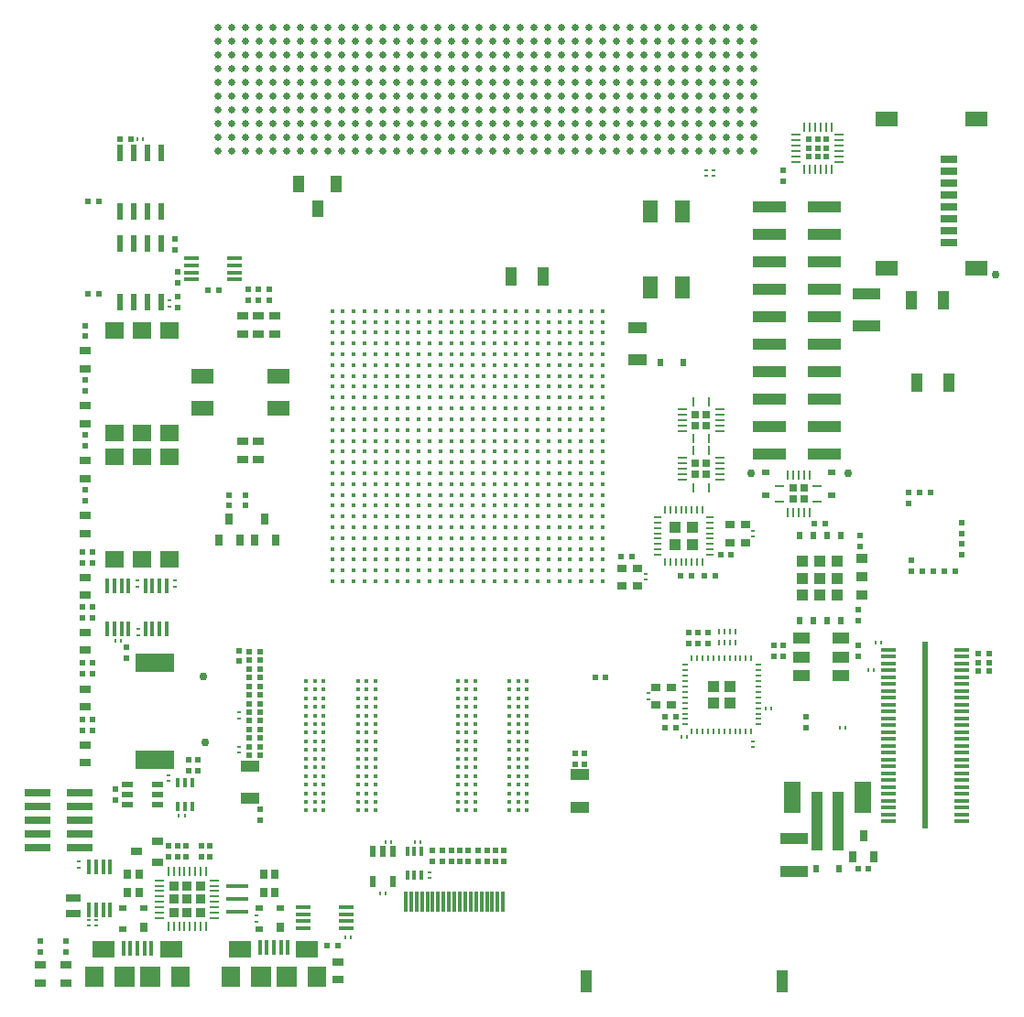
<source format=gbr>
G04 #@! TF.FileFunction,Paste,Top*
%FSLAX46Y46*%
G04 Gerber Fmt 4.6, Leading zero omitted, Abs format (unit mm)*
G04 Created by KiCad (PCBNEW (2016-08-02 BZR 7002)-product) date Mon Oct 17 13:50:08 2016*
%MOMM*%
%LPD*%
G01*
G04 APERTURE LIST*
%ADD10C,0.101600*%
%ADD11C,0.450000*%
%ADD12R,0.250000X0.700000*%
%ADD13R,0.700000X0.250000*%
%ADD14R,1.120000X1.120000*%
%ADD15R,1.080000X2.060000*%
%ADD16R,1.800000X1.000000*%
%ADD17R,0.300000X0.280000*%
%ADD18R,0.500000X0.500000*%
%ADD19R,1.000000X1.800000*%
%ADD20R,0.280000X0.300000*%
%ADD21R,0.584200X0.685800*%
%ADD22R,0.685800X0.584200*%
%ADD23R,1.000000X0.800000*%
%ADD24R,1.397000X0.406400*%
%ADD25R,0.508000X17.272000*%
%ADD26R,0.300000X1.900000*%
%ADD27R,0.400000X1.350000*%
%ADD28R,2.100000X1.600000*%
%ADD29R,1.800000X1.900000*%
%ADD30R,1.900000X1.900000*%
%ADD31R,1.000000X5.500000*%
%ADD32R,1.600000X3.000000*%
%ADD33R,2.000000X1.450000*%
%ADD34R,1.500000X0.800000*%
%ADD35R,1.000760X0.899160*%
%ADD36R,3.600000X1.800000*%
%ADD37R,0.800000X1.000000*%
%ADD38R,0.250000X0.500000*%
%ADD39R,2.000000X1.400000*%
%ADD40R,1.400000X2.000000*%
%ADD41R,2.600000X1.000000*%
%ADD42C,0.762000*%
%ADD43R,0.787400X0.889000*%
%ADD44R,1.100000X0.600000*%
%ADD45R,0.450000X0.950000*%
%ADD46R,0.450000X1.350000*%
%ADD47R,0.600000X1.100000*%
%ADD48R,0.850000X0.270000*%
%ADD49R,0.270000X0.850000*%
%ADD50R,0.875000X0.875000*%
%ADD51R,1.350000X0.450000*%
%ADD52R,0.750000X0.960000*%
%ADD53R,0.750000X0.540000*%
%ADD54R,0.850000X0.280000*%
%ADD55R,0.280000X0.850000*%
%ADD56R,0.700000X0.700000*%
%ADD57R,1.780000X1.520000*%
%ADD58R,0.850000X0.650000*%
%ADD59R,0.600000X1.550000*%
%ADD60R,0.500000X0.800000*%
%ADD61R,1.600000X1.000000*%
%ADD62R,0.500000X0.250000*%
%ADD63R,1.000000X1.000000*%
%ADD64R,0.560000X0.560000*%
%ADD65R,2.000000X0.400000*%
%ADD66R,1.400000X0.750000*%
%ADD67C,0.635000*%
%ADD68R,1.000000X1.600000*%
%ADD69R,2.400000X0.750000*%
%ADD70R,2.400000X0.740000*%
%ADD71R,3.150000X1.000000*%
G04 APERTURE END LIST*
D10*
D11*
X88700000Y-57100000D03*
X88700000Y-58100000D03*
X88700000Y-59100000D03*
X88700000Y-60100000D03*
X88700000Y-61100000D03*
X88700000Y-62100000D03*
X88700000Y-63100000D03*
X88700000Y-64100000D03*
X88700000Y-65100000D03*
X88700000Y-66100000D03*
X88700000Y-67100000D03*
X88700000Y-68100000D03*
X88700000Y-69100000D03*
X88700000Y-70100000D03*
X88700000Y-71100000D03*
X88700000Y-72100000D03*
X88700000Y-73100000D03*
X88700000Y-74100000D03*
X88700000Y-75100000D03*
X88700000Y-76100000D03*
X88700000Y-77100000D03*
X88700000Y-78100000D03*
X88700000Y-79100000D03*
X88700000Y-80100000D03*
X88700000Y-81100000D03*
X88700000Y-82100000D03*
X87700000Y-57100000D03*
X87700000Y-58100000D03*
X87700000Y-59100000D03*
X87700000Y-60100000D03*
X87700000Y-61100000D03*
X87700000Y-62100000D03*
X87700000Y-63100000D03*
X87700000Y-64100000D03*
X87700000Y-65100000D03*
X87700000Y-66100000D03*
X87700000Y-67100000D03*
X87700000Y-68100000D03*
X87700000Y-69100000D03*
X87700000Y-70100000D03*
X87700000Y-71100000D03*
X87700000Y-72100000D03*
X87700000Y-73100000D03*
X87700000Y-74100000D03*
X87700000Y-75100000D03*
X87700000Y-76100000D03*
X87700000Y-77100000D03*
X87700000Y-78100000D03*
X87700000Y-79100000D03*
X87700000Y-80100000D03*
X87700000Y-81100000D03*
X87700000Y-82100000D03*
X86700000Y-57100000D03*
X86700000Y-58100000D03*
X86700000Y-59100000D03*
X86700000Y-60100000D03*
X86700000Y-61100000D03*
X86700000Y-62100000D03*
X86700000Y-63100000D03*
X86700000Y-64100000D03*
X86700000Y-65100000D03*
X86700000Y-66100000D03*
X86700000Y-67100000D03*
X86700000Y-68100000D03*
X86700000Y-69100000D03*
X86700000Y-70100000D03*
X86700000Y-71100000D03*
X86700000Y-72100000D03*
X86700000Y-73100000D03*
X86700000Y-74100000D03*
X86700000Y-75100000D03*
X86700000Y-76100000D03*
X86700000Y-77100000D03*
X86700000Y-78100000D03*
X86700000Y-79100000D03*
X86700000Y-80100000D03*
X86700000Y-81100000D03*
X86700000Y-82100000D03*
X85700000Y-57100000D03*
X85700000Y-58100000D03*
X85700000Y-59100000D03*
X85700000Y-60100000D03*
X85700000Y-61100000D03*
X85700000Y-62100000D03*
X85700000Y-63100000D03*
X85700000Y-64100000D03*
X85700000Y-65100000D03*
X85700000Y-66100000D03*
X85700000Y-67100000D03*
X85700000Y-68100000D03*
X85700000Y-69100000D03*
X85700000Y-70100000D03*
X85700000Y-71100000D03*
X85700000Y-72100000D03*
X85700000Y-73100000D03*
X85700000Y-74100000D03*
X85700000Y-75100000D03*
X85700000Y-76100000D03*
X85700000Y-77100000D03*
X85700000Y-78100000D03*
X85700000Y-79100000D03*
X85700000Y-80100000D03*
X85700000Y-81100000D03*
X85700000Y-82100000D03*
X84700000Y-57100000D03*
X84700000Y-58100000D03*
X84700000Y-59100000D03*
X84700000Y-60100000D03*
X84700000Y-61100000D03*
X84700000Y-62100000D03*
X84700000Y-63100000D03*
X84700000Y-64100000D03*
X84700000Y-65100000D03*
X84700000Y-66100000D03*
X84700000Y-67100000D03*
X84700000Y-68100000D03*
X84700000Y-69100000D03*
X84700000Y-70100000D03*
X84700000Y-71100000D03*
X84700000Y-72100000D03*
X84700000Y-73100000D03*
X84700000Y-74100000D03*
X84700000Y-75100000D03*
X84700000Y-76100000D03*
X84700000Y-77100000D03*
X84700000Y-78100000D03*
X84700000Y-79100000D03*
X84700000Y-80100000D03*
X84700000Y-81100000D03*
X84700000Y-82100000D03*
X83700000Y-57100000D03*
X83700000Y-58100000D03*
X83700000Y-59100000D03*
X83700000Y-60100000D03*
X83700000Y-61100000D03*
X83700000Y-62100000D03*
X83700000Y-63100000D03*
X83700000Y-64100000D03*
X83700000Y-65100000D03*
X83700000Y-66100000D03*
X83700000Y-67100000D03*
X83700000Y-68100000D03*
X83700000Y-69100000D03*
X83700000Y-70100000D03*
X83700000Y-71100000D03*
X83700000Y-72100000D03*
X83700000Y-73100000D03*
X83700000Y-74100000D03*
X83700000Y-75100000D03*
X83700000Y-76100000D03*
X83700000Y-77100000D03*
X83700000Y-78100000D03*
X83700000Y-79100000D03*
X83700000Y-80100000D03*
X83700000Y-81100000D03*
X83700000Y-82100000D03*
X82700000Y-57100000D03*
X82700000Y-58100000D03*
X82700000Y-59100000D03*
X82700000Y-60100000D03*
X82700000Y-61100000D03*
X82700000Y-62100000D03*
X82700000Y-63100000D03*
X82700000Y-64100000D03*
X82700000Y-65100000D03*
X82700000Y-66100000D03*
X82700000Y-67100000D03*
X82700000Y-68100000D03*
X82700000Y-69100000D03*
X82700000Y-70100000D03*
X82700000Y-71100000D03*
X82700000Y-72100000D03*
X82700000Y-73100000D03*
X82700000Y-74100000D03*
X82700000Y-75100000D03*
X82700000Y-76100000D03*
X82700000Y-77100000D03*
X82700000Y-78100000D03*
X82700000Y-79100000D03*
X82700000Y-80100000D03*
X82700000Y-81100000D03*
X82700000Y-82100000D03*
X81700000Y-57100000D03*
X81700000Y-58100000D03*
X81700000Y-59100000D03*
X81700000Y-60100000D03*
X81700000Y-61100000D03*
X81700000Y-62100000D03*
X81700000Y-63100000D03*
X81700000Y-64100000D03*
X81700000Y-65100000D03*
X81700000Y-66100000D03*
X81700000Y-67100000D03*
X81700000Y-68100000D03*
X81700000Y-69100000D03*
X81700000Y-70100000D03*
X81700000Y-71100000D03*
X81700000Y-72100000D03*
X81700000Y-73100000D03*
X81700000Y-74100000D03*
X81700000Y-75100000D03*
X81700000Y-76100000D03*
X81700000Y-77100000D03*
X81700000Y-78100000D03*
X81700000Y-79100000D03*
X81700000Y-80100000D03*
X81700000Y-81100000D03*
X81700000Y-82100000D03*
X80700000Y-57100000D03*
X80700000Y-58100000D03*
X80700000Y-59100000D03*
X80700000Y-60100000D03*
X80700000Y-61100000D03*
X80700000Y-62100000D03*
X80700000Y-63100000D03*
X80700000Y-64100000D03*
X80700000Y-65100000D03*
X80700000Y-66100000D03*
X80700000Y-67100000D03*
X80700000Y-68100000D03*
X80700000Y-69100000D03*
X80700000Y-70100000D03*
X80700000Y-71100000D03*
X80700000Y-72100000D03*
X80700000Y-73100000D03*
X80700000Y-74100000D03*
X80700000Y-75100000D03*
X80700000Y-76100000D03*
X80700000Y-77100000D03*
X80700000Y-78100000D03*
X80700000Y-79100000D03*
X80700000Y-80100000D03*
X80700000Y-81100000D03*
X80700000Y-82100000D03*
X79700000Y-57100000D03*
X79700000Y-58100000D03*
X79700000Y-59100000D03*
X79700000Y-60100000D03*
X79700000Y-61100000D03*
X79700000Y-62100000D03*
X79700000Y-63100000D03*
X79700000Y-64100000D03*
X79700000Y-65100000D03*
X79700000Y-66100000D03*
X79700000Y-67100000D03*
X79700000Y-68100000D03*
X79700000Y-69100000D03*
X79700000Y-70100000D03*
X79700000Y-71100000D03*
X79700000Y-72100000D03*
X79700000Y-73100000D03*
X79700000Y-74100000D03*
X79700000Y-75100000D03*
X79700000Y-76100000D03*
X79700000Y-77100000D03*
X79700000Y-78100000D03*
X79700000Y-79100000D03*
X79700000Y-80100000D03*
X79700000Y-81100000D03*
X79700000Y-82100000D03*
X78700000Y-57100000D03*
X78700000Y-58100000D03*
X78700000Y-59100000D03*
X78700000Y-60100000D03*
X78700000Y-61100000D03*
X78700000Y-62100000D03*
X78700000Y-63100000D03*
X78700000Y-64100000D03*
X78700000Y-65100000D03*
X78700000Y-66100000D03*
X78700000Y-67100000D03*
X78700000Y-68100000D03*
X78700000Y-69100000D03*
X78700000Y-70100000D03*
X78700000Y-71100000D03*
X78700000Y-72100000D03*
X78700000Y-73100000D03*
X78700000Y-74100000D03*
X78700000Y-75100000D03*
X78700000Y-76100000D03*
X78700000Y-77100000D03*
X78700000Y-78100000D03*
X78700000Y-79100000D03*
X78700000Y-80100000D03*
X78700000Y-81100000D03*
X78700000Y-82100000D03*
X77700000Y-57100000D03*
X77700000Y-58100000D03*
X77700000Y-59100000D03*
X77700000Y-60100000D03*
X77700000Y-61100000D03*
X77700000Y-62100000D03*
X77700000Y-63100000D03*
X77700000Y-64100000D03*
X77700000Y-65100000D03*
X77700000Y-66100000D03*
X77700000Y-67100000D03*
X77700000Y-68100000D03*
X77700000Y-69100000D03*
X77700000Y-70100000D03*
X77700000Y-71100000D03*
X77700000Y-72100000D03*
X77700000Y-73100000D03*
X77700000Y-74100000D03*
X77700000Y-75100000D03*
X77700000Y-76100000D03*
X77700000Y-77100000D03*
X77700000Y-78100000D03*
X77700000Y-79100000D03*
X77700000Y-80100000D03*
X77700000Y-81100000D03*
X77700000Y-82100000D03*
X76700000Y-57100000D03*
X76700000Y-58100000D03*
X76700000Y-59100000D03*
X76700000Y-60100000D03*
X76700000Y-61100000D03*
X76700000Y-62100000D03*
X76700000Y-63100000D03*
X76700000Y-64100000D03*
X76700000Y-65100000D03*
X76700000Y-66100000D03*
X76700000Y-67100000D03*
X76700000Y-68100000D03*
X76700000Y-69100000D03*
X76700000Y-70100000D03*
X76700000Y-71100000D03*
X76700000Y-72100000D03*
X76700000Y-73100000D03*
X76700000Y-74100000D03*
X76700000Y-75100000D03*
X76700000Y-76100000D03*
X76700000Y-77100000D03*
X76700000Y-78100000D03*
X76700000Y-79100000D03*
X76700000Y-80100000D03*
X76700000Y-81100000D03*
X76700000Y-82100000D03*
X75700000Y-57100000D03*
X75700000Y-58100000D03*
X75700000Y-59100000D03*
X75700000Y-60100000D03*
X75700000Y-61100000D03*
X75700000Y-62100000D03*
X75700000Y-63100000D03*
X75700000Y-64100000D03*
X75700000Y-65100000D03*
X75700000Y-66100000D03*
X75700000Y-67100000D03*
X75700000Y-68100000D03*
X75700000Y-69100000D03*
X75700000Y-70100000D03*
X75700000Y-71100000D03*
X75700000Y-72100000D03*
X75700000Y-73100000D03*
X75700000Y-74100000D03*
X75700000Y-75100000D03*
X75700000Y-76100000D03*
X75700000Y-77100000D03*
X75700000Y-78100000D03*
X75700000Y-79100000D03*
X75700000Y-80100000D03*
X75700000Y-81100000D03*
X75700000Y-82100000D03*
X74700000Y-57100000D03*
X74700000Y-58100000D03*
X74700000Y-59100000D03*
X74700000Y-60100000D03*
X74700000Y-61100000D03*
X74700000Y-62100000D03*
X74700000Y-63100000D03*
X74700000Y-64100000D03*
X74700000Y-65100000D03*
X74700000Y-66100000D03*
X74700000Y-67100000D03*
X74700000Y-68100000D03*
X74700000Y-69100000D03*
X74700000Y-70100000D03*
X74700000Y-71100000D03*
X74700000Y-72100000D03*
X74700000Y-73100000D03*
X74700000Y-74100000D03*
X74700000Y-75100000D03*
X74700000Y-76100000D03*
X74700000Y-77100000D03*
X74700000Y-78100000D03*
X74700000Y-79100000D03*
X74700000Y-80100000D03*
X74700000Y-81100000D03*
X74700000Y-82100000D03*
X73700000Y-57100000D03*
X73700000Y-58100000D03*
X73700000Y-59100000D03*
X73700000Y-60100000D03*
X73700000Y-61100000D03*
X73700000Y-62100000D03*
X73700000Y-63100000D03*
X73700000Y-64100000D03*
X73700000Y-65100000D03*
X73700000Y-66100000D03*
X73700000Y-67100000D03*
X73700000Y-68100000D03*
X73700000Y-69100000D03*
X73700000Y-70100000D03*
X73700000Y-71100000D03*
X73700000Y-72100000D03*
X73700000Y-73100000D03*
X73700000Y-74100000D03*
X73700000Y-75100000D03*
X73700000Y-76100000D03*
X73700000Y-77100000D03*
X73700000Y-78100000D03*
X73700000Y-79100000D03*
X73700000Y-80100000D03*
X73700000Y-81100000D03*
X73700000Y-82100000D03*
X72700000Y-57100000D03*
X72700000Y-58100000D03*
X72700000Y-59100000D03*
X72700000Y-60100000D03*
X72700000Y-61100000D03*
X72700000Y-62100000D03*
X72700000Y-63100000D03*
X72700000Y-64100000D03*
X72700000Y-65100000D03*
X72700000Y-66100000D03*
X72700000Y-67100000D03*
X72700000Y-68100000D03*
X72700000Y-69100000D03*
X72700000Y-70100000D03*
X72700000Y-71100000D03*
X72700000Y-72100000D03*
X72700000Y-73100000D03*
X72700000Y-74100000D03*
X72700000Y-75100000D03*
X72700000Y-76100000D03*
X72700000Y-77100000D03*
X72700000Y-78100000D03*
X72700000Y-79100000D03*
X72700000Y-80100000D03*
X72700000Y-81100000D03*
X72700000Y-82100000D03*
X71700000Y-57100000D03*
X71700000Y-58100000D03*
X71700000Y-59100000D03*
X71700000Y-60100000D03*
X71700000Y-61100000D03*
X71700000Y-62100000D03*
X71700000Y-63100000D03*
X71700000Y-64100000D03*
X71700000Y-65100000D03*
X71700000Y-66100000D03*
X71700000Y-67100000D03*
X71700000Y-68100000D03*
X71700000Y-69100000D03*
X71700000Y-70100000D03*
X71700000Y-71100000D03*
X71700000Y-72100000D03*
X71700000Y-73100000D03*
X71700000Y-74100000D03*
X71700000Y-75100000D03*
X71700000Y-76100000D03*
X71700000Y-77100000D03*
X71700000Y-78100000D03*
X71700000Y-79100000D03*
X71700000Y-80100000D03*
X71700000Y-81100000D03*
X71700000Y-82100000D03*
X70700000Y-57100000D03*
X70700000Y-58100000D03*
X70700000Y-59100000D03*
X70700000Y-60100000D03*
X70700000Y-61100000D03*
X70700000Y-62100000D03*
X70700000Y-63100000D03*
X70700000Y-64100000D03*
X70700000Y-65100000D03*
X70700000Y-66100000D03*
X70700000Y-67100000D03*
X70700000Y-68100000D03*
X70700000Y-69100000D03*
X70700000Y-70100000D03*
X70700000Y-71100000D03*
X70700000Y-72100000D03*
X70700000Y-73100000D03*
X70700000Y-74100000D03*
X70700000Y-75100000D03*
X70700000Y-76100000D03*
X70700000Y-77100000D03*
X70700000Y-78100000D03*
X70700000Y-79100000D03*
X70700000Y-80100000D03*
X70700000Y-81100000D03*
X70700000Y-82100000D03*
X69700000Y-57100000D03*
X69700000Y-58100000D03*
X69700000Y-59100000D03*
X69700000Y-60100000D03*
X69700000Y-61100000D03*
X69700000Y-62100000D03*
X69700000Y-63100000D03*
X69700000Y-64100000D03*
X69700000Y-65100000D03*
X69700000Y-66100000D03*
X69700000Y-67100000D03*
X69700000Y-68100000D03*
X69700000Y-69100000D03*
X69700000Y-70100000D03*
X69700000Y-71100000D03*
X69700000Y-72100000D03*
X69700000Y-73100000D03*
X69700000Y-74100000D03*
X69700000Y-75100000D03*
X69700000Y-76100000D03*
X69700000Y-77100000D03*
X69700000Y-78100000D03*
X69700000Y-79100000D03*
X69700000Y-80100000D03*
X69700000Y-81100000D03*
X69700000Y-82100000D03*
X68700000Y-57100000D03*
X68700000Y-58100000D03*
X68700000Y-59100000D03*
X68700000Y-60100000D03*
X68700000Y-61100000D03*
X68700000Y-62100000D03*
X68700000Y-63100000D03*
X68700000Y-64100000D03*
X68700000Y-65100000D03*
X68700000Y-66100000D03*
X68700000Y-67100000D03*
X68700000Y-68100000D03*
X68700000Y-69100000D03*
X68700000Y-70100000D03*
X68700000Y-71100000D03*
X68700000Y-72100000D03*
X68700000Y-73100000D03*
X68700000Y-74100000D03*
X68700000Y-75100000D03*
X68700000Y-76100000D03*
X68700000Y-77100000D03*
X68700000Y-78100000D03*
X68700000Y-79100000D03*
X68700000Y-80100000D03*
X68700000Y-81100000D03*
X68700000Y-82100000D03*
X67700000Y-57100000D03*
X67700000Y-58100000D03*
X67700000Y-59100000D03*
X67700000Y-60100000D03*
X67700000Y-61100000D03*
X67700000Y-62100000D03*
X67700000Y-63100000D03*
X67700000Y-64100000D03*
X67700000Y-65100000D03*
X67700000Y-66100000D03*
X67700000Y-67100000D03*
X67700000Y-68100000D03*
X67700000Y-69100000D03*
X67700000Y-70100000D03*
X67700000Y-71100000D03*
X67700000Y-72100000D03*
X67700000Y-73100000D03*
X67700000Y-74100000D03*
X67700000Y-75100000D03*
X67700000Y-76100000D03*
X67700000Y-77100000D03*
X67700000Y-78100000D03*
X67700000Y-79100000D03*
X67700000Y-80100000D03*
X67700000Y-81100000D03*
X67700000Y-82100000D03*
X66700000Y-57100000D03*
X66700000Y-58100000D03*
X66700000Y-59100000D03*
X66700000Y-60100000D03*
X66700000Y-61100000D03*
X66700000Y-62100000D03*
X66700000Y-63100000D03*
X66700000Y-64100000D03*
X66700000Y-65100000D03*
X66700000Y-66100000D03*
X66700000Y-67100000D03*
X66700000Y-68100000D03*
X66700000Y-69100000D03*
X66700000Y-70100000D03*
X66700000Y-71100000D03*
X66700000Y-72100000D03*
X66700000Y-73100000D03*
X66700000Y-74100000D03*
X66700000Y-75100000D03*
X66700000Y-76100000D03*
X66700000Y-77100000D03*
X66700000Y-78100000D03*
X66700000Y-79100000D03*
X66700000Y-80100000D03*
X66700000Y-81100000D03*
X66700000Y-82100000D03*
X65700000Y-57100000D03*
X65700000Y-58100000D03*
X65700000Y-59100000D03*
X65700000Y-60100000D03*
X65700000Y-61100000D03*
X65700000Y-62100000D03*
X65700000Y-63100000D03*
X65700000Y-64100000D03*
X65700000Y-65100000D03*
X65700000Y-66100000D03*
X65700000Y-67100000D03*
X65700000Y-68100000D03*
X65700000Y-69100000D03*
X65700000Y-70100000D03*
X65700000Y-71100000D03*
X65700000Y-72100000D03*
X65700000Y-73100000D03*
X65700000Y-74100000D03*
X65700000Y-75100000D03*
X65700000Y-76100000D03*
X65700000Y-77100000D03*
X65700000Y-78100000D03*
X65700000Y-79100000D03*
X65700000Y-80100000D03*
X65700000Y-81100000D03*
X65700000Y-82100000D03*
X64700000Y-57100000D03*
X64700000Y-58100000D03*
X64700000Y-59100000D03*
X64700000Y-60100000D03*
X64700000Y-61100000D03*
X64700000Y-62100000D03*
X64700000Y-63100000D03*
X64700000Y-64100000D03*
X64700000Y-65100000D03*
X64700000Y-66100000D03*
X64700000Y-67100000D03*
X64700000Y-68100000D03*
X64700000Y-69100000D03*
X64700000Y-70100000D03*
X64700000Y-71100000D03*
X64700000Y-72100000D03*
X64700000Y-73100000D03*
X64700000Y-74100000D03*
X64700000Y-75100000D03*
X64700000Y-76100000D03*
X64700000Y-77100000D03*
X64700000Y-78100000D03*
X64700000Y-79100000D03*
X64700000Y-80100000D03*
X64700000Y-81100000D03*
X64700000Y-82100000D03*
X63700000Y-57100000D03*
X63700000Y-58100000D03*
X63700000Y-59100000D03*
X63700000Y-60100000D03*
X63700000Y-61100000D03*
X63700000Y-62100000D03*
X63700000Y-63100000D03*
X63700000Y-64100000D03*
X63700000Y-65100000D03*
X63700000Y-66100000D03*
X63700000Y-67100000D03*
X63700000Y-68100000D03*
X63700000Y-69100000D03*
X63700000Y-70100000D03*
X63700000Y-71100000D03*
X63700000Y-72100000D03*
X63700000Y-73100000D03*
X63700000Y-74100000D03*
X63700000Y-75100000D03*
X63700000Y-76100000D03*
X63700000Y-77100000D03*
X63700000Y-78100000D03*
X63700000Y-79100000D03*
X63700000Y-80100000D03*
X63700000Y-81100000D03*
X63700000Y-82100000D03*
D12*
X97950000Y-75500000D03*
X97450000Y-75500000D03*
X96950000Y-75500000D03*
X96450000Y-75500000D03*
X95950000Y-75500000D03*
X95450000Y-75500000D03*
X94950000Y-75500000D03*
X94450000Y-75500000D03*
D13*
X93800000Y-76150000D03*
X93800000Y-76650000D03*
X93800000Y-77150000D03*
X93800000Y-77650000D03*
X93800000Y-78150000D03*
X93800000Y-78650000D03*
X93800000Y-79150000D03*
X93800000Y-79650000D03*
D12*
X94450000Y-80300000D03*
X94950000Y-80300000D03*
X95450000Y-80300000D03*
X95950000Y-80300000D03*
X96450000Y-80300000D03*
X96950000Y-80300000D03*
X97450000Y-80300000D03*
X97950000Y-80300000D03*
D13*
X98600000Y-79650000D03*
X98600000Y-79150000D03*
X98600000Y-78650000D03*
X98600000Y-78150000D03*
X98600000Y-77650000D03*
X98600000Y-77150000D03*
X98600000Y-76650000D03*
X98600000Y-76150000D03*
D14*
X95400000Y-78700000D03*
X97000000Y-78700000D03*
X95400000Y-77100000D03*
X97000000Y-77100000D03*
D11*
X81700000Y-103300000D03*
X80900000Y-103300000D03*
X80100000Y-103300000D03*
X76900000Y-103300000D03*
X76100000Y-103300000D03*
X75300000Y-103300000D03*
X81700000Y-102500000D03*
X80900000Y-102500000D03*
X80100000Y-102500000D03*
X76900000Y-102500000D03*
X76100000Y-102500000D03*
X75300000Y-102500000D03*
X81700000Y-101700000D03*
X80900000Y-101700000D03*
X80100000Y-101700000D03*
X76900000Y-101700000D03*
X76100000Y-101700000D03*
X75300000Y-101700000D03*
X81700000Y-100900000D03*
X80900000Y-100900000D03*
X80100000Y-100900000D03*
X76900000Y-100900000D03*
X76100000Y-100900000D03*
X75300000Y-100900000D03*
X81700000Y-100100000D03*
X80900000Y-100100000D03*
X80100000Y-100100000D03*
X76900000Y-100100000D03*
X76100000Y-100100000D03*
X75300000Y-100100000D03*
X81700000Y-99300000D03*
X80900000Y-99300000D03*
X80100000Y-99300000D03*
X76900000Y-99300000D03*
X76100000Y-99300000D03*
X75300000Y-99300000D03*
X81700000Y-98500000D03*
X80900000Y-98500000D03*
X80100000Y-98500000D03*
X76900000Y-98500000D03*
X76100000Y-98500000D03*
X75300000Y-98500000D03*
X81700000Y-97700000D03*
X80900000Y-97700000D03*
X80100000Y-97700000D03*
X76900000Y-97700000D03*
X76100000Y-97700000D03*
X75300000Y-97700000D03*
X81700000Y-96900000D03*
X80900000Y-96900000D03*
X80100000Y-96900000D03*
X76900000Y-96900000D03*
X76100000Y-96900000D03*
X75300000Y-96900000D03*
X81700000Y-96100000D03*
X80900000Y-96100000D03*
X80100000Y-96100000D03*
X76900000Y-96100000D03*
X76100000Y-96100000D03*
X75300000Y-96100000D03*
X81700000Y-95300000D03*
X80900000Y-95300000D03*
X80100000Y-95300000D03*
X76900000Y-95300000D03*
X76100000Y-95300000D03*
X75300000Y-95300000D03*
X81700000Y-94500000D03*
X80900000Y-94500000D03*
X80100000Y-94500000D03*
X76900000Y-94500000D03*
X76100000Y-94500000D03*
X75300000Y-94500000D03*
X81700000Y-93700000D03*
X80900000Y-93700000D03*
X80100000Y-93700000D03*
X76900000Y-93700000D03*
X76100000Y-93700000D03*
X75300000Y-93700000D03*
X81700000Y-92900000D03*
X80900000Y-92900000D03*
X80100000Y-92900000D03*
X76900000Y-92900000D03*
X76100000Y-92900000D03*
X75300000Y-92900000D03*
X81700000Y-92100000D03*
X80900000Y-92100000D03*
X80100000Y-92100000D03*
X76900000Y-92100000D03*
X76100000Y-92100000D03*
X75300000Y-92100000D03*
X81700000Y-91300000D03*
X80900000Y-91300000D03*
X80100000Y-91300000D03*
X76900000Y-91300000D03*
X76100000Y-91300000D03*
X75300000Y-91300000D03*
D15*
X87158000Y-119126000D03*
X105308000Y-119126000D03*
D16*
X86600000Y-103000000D03*
X86600000Y-100000000D03*
X56100000Y-102200000D03*
X56100000Y-99200000D03*
D17*
X55100000Y-94765000D03*
X55100000Y-94235000D03*
X55100000Y-97435000D03*
X55100000Y-97965000D03*
D18*
X121920000Y-76716000D03*
X121920000Y-77716000D03*
X116967000Y-74922000D03*
X116967000Y-73922000D03*
D19*
X117753000Y-63754000D03*
X120753000Y-63754000D03*
D17*
X48600000Y-100565000D03*
X48600000Y-100035000D03*
D20*
X49535000Y-103800000D03*
X50065000Y-103800000D03*
X110635000Y-95631000D03*
X111165000Y-95631000D03*
D17*
X41200000Y-113965000D03*
X41200000Y-113435000D03*
X41900000Y-113965000D03*
X41900000Y-113435000D03*
D20*
X71865000Y-106200000D03*
X71335000Y-106200000D03*
D17*
X72700000Y-109035000D03*
X72700000Y-109565000D03*
D18*
X49400000Y-55800000D03*
X49400000Y-56800000D03*
X44100000Y-41200000D03*
X45100000Y-41200000D03*
X53200000Y-55200000D03*
X52200000Y-55200000D03*
D17*
X45800000Y-87065000D03*
X45800000Y-86535000D03*
X49200000Y-82565000D03*
X49200000Y-82035000D03*
D20*
X44165000Y-87600000D03*
X43635000Y-87600000D03*
D17*
X45700000Y-82565000D03*
X45700000Y-82035000D03*
X92700000Y-81435000D03*
X92700000Y-81965000D03*
D18*
X112300000Y-84700000D03*
X112300000Y-85700000D03*
D19*
X80200000Y-53900000D03*
X83200000Y-53900000D03*
D16*
X91900000Y-58600000D03*
X91900000Y-61600000D03*
D17*
X102600000Y-77965000D03*
X102600000Y-77435000D03*
D20*
X103748000Y-93853000D03*
X104278000Y-93853000D03*
X96531000Y-96520000D03*
X96001000Y-96520000D03*
D17*
X102616000Y-96890000D03*
X102616000Y-97420000D03*
X92964000Y-92445000D03*
X92964000Y-92975000D03*
X98298000Y-44058000D03*
X98298000Y-44588000D03*
X98933000Y-44058000D03*
X98933000Y-44588000D03*
D21*
X110555000Y-108700000D03*
X108445000Y-108700000D03*
D22*
X103800000Y-74155000D03*
X103800000Y-72045000D03*
X109900000Y-74155000D03*
X109900000Y-72045000D03*
D21*
X94045000Y-61900000D03*
X96155000Y-61900000D03*
D23*
X56900000Y-59225000D03*
X56900000Y-57575000D03*
X55400000Y-57575000D03*
X55400000Y-59225000D03*
X58400000Y-59225000D03*
X58400000Y-57575000D03*
X36700000Y-117575000D03*
X36700000Y-119225000D03*
X39100000Y-117575000D03*
X39100000Y-119225000D03*
X40894000Y-83375000D03*
X40894000Y-81725000D03*
X40894000Y-88455000D03*
X40894000Y-86805000D03*
X40894000Y-93726000D03*
X40894000Y-92076000D03*
X40894000Y-98869000D03*
X40894000Y-97219000D03*
X64200000Y-118925000D03*
X64200000Y-117275000D03*
X55400000Y-69175000D03*
X55400000Y-70825000D03*
X56900000Y-69175000D03*
X56900000Y-70825000D03*
D24*
X115154500Y-104293000D03*
X115154500Y-103658000D03*
X115154500Y-103023000D03*
X115154500Y-102388000D03*
X115154500Y-101753000D03*
X115154500Y-101118000D03*
X115154500Y-100483000D03*
X115154500Y-99848000D03*
X115154500Y-99213000D03*
X115154500Y-98578000D03*
X115154500Y-97943000D03*
X115154500Y-97308000D03*
X115154500Y-96673000D03*
X115154500Y-96038000D03*
X115154500Y-95403000D03*
X115154500Y-94768000D03*
X115154500Y-94133000D03*
X115154500Y-93498000D03*
X115154500Y-92863000D03*
X115154500Y-92228000D03*
X115154500Y-91593000D03*
X115154500Y-90958000D03*
X115154500Y-90323000D03*
X115154500Y-89688000D03*
X115154500Y-89053000D03*
X115154500Y-88418000D03*
X121885500Y-103658000D03*
X121885500Y-101753000D03*
X121885500Y-103023000D03*
X121885500Y-104293000D03*
X121885500Y-102388000D03*
X121885500Y-90323000D03*
X121885500Y-90958000D03*
X121885500Y-89053000D03*
X121885500Y-88418000D03*
X121885500Y-89688000D03*
X121885500Y-98578000D03*
X121885500Y-97943000D03*
X121885500Y-100483000D03*
X121885500Y-99848000D03*
X121885500Y-101118000D03*
X121885500Y-99213000D03*
X121885500Y-96038000D03*
X121885500Y-97308000D03*
X121885500Y-94768000D03*
X121885500Y-95403000D03*
X121885500Y-96673000D03*
X121885500Y-94133000D03*
X121885500Y-92228000D03*
X121885500Y-93498000D03*
X121885500Y-92863000D03*
X121885500Y-91593000D03*
D25*
X118520000Y-96355500D03*
D26*
X70500000Y-111700000D03*
X79500000Y-111700000D03*
X71000000Y-111700000D03*
X71500000Y-111700000D03*
X72000000Y-111700000D03*
X72500000Y-111700000D03*
X73000000Y-111700000D03*
X73500000Y-111700000D03*
X74000000Y-111700000D03*
X74500000Y-111700000D03*
X75000000Y-111700000D03*
X75500000Y-111700000D03*
X76000000Y-111700000D03*
X76500000Y-111700000D03*
X77000000Y-111700000D03*
X77500000Y-111700000D03*
X78000000Y-111700000D03*
X78500000Y-111700000D03*
X79000000Y-111700000D03*
D27*
X45700000Y-116025000D03*
X45050000Y-116025000D03*
X46350000Y-116025000D03*
X44400000Y-116025000D03*
X47000000Y-116025000D03*
D28*
X42600000Y-116150000D03*
X48800000Y-116150000D03*
D29*
X41700000Y-118700000D03*
X49700000Y-118700000D03*
D30*
X44500000Y-118700000D03*
X46900000Y-118700000D03*
D31*
X110500000Y-104300000D03*
X108500000Y-104300000D03*
D32*
X106250000Y-102050000D03*
X112750000Y-102050000D03*
D27*
X58300000Y-116000000D03*
X57650000Y-116000000D03*
X58950000Y-116000000D03*
X57000000Y-116000000D03*
X59600000Y-116000000D03*
D28*
X55200000Y-116125000D03*
X61400000Y-116125000D03*
D29*
X54300000Y-118675000D03*
X62300000Y-118675000D03*
D30*
X57100000Y-118675000D03*
X59500000Y-118675000D03*
D33*
X123276000Y-53128000D03*
X123276000Y-39328000D03*
X114976000Y-53128000D03*
X114976000Y-39328000D03*
D34*
X120676000Y-50728000D03*
X120676000Y-49628000D03*
X120676000Y-48528000D03*
X120676000Y-47428000D03*
X120676000Y-46328000D03*
X120676000Y-45228000D03*
X120676000Y-44128000D03*
X120676000Y-43028000D03*
D35*
X112649000Y-81661000D03*
X112649000Y-79961000D03*
X112649000Y-83361000D03*
D36*
X47300000Y-98600000D03*
X47300000Y-89600000D03*
D23*
X47600000Y-108050000D03*
X45600000Y-107100000D03*
X47600000Y-106150000D03*
D37*
X111850000Y-107600000D03*
X112800000Y-105600000D03*
X113750000Y-107600000D03*
X53250000Y-78300000D03*
X54200000Y-76300000D03*
X55150000Y-78300000D03*
X56550000Y-78300000D03*
X57500000Y-76300000D03*
X58450000Y-78300000D03*
D18*
X56000000Y-94200000D03*
X57000000Y-94200000D03*
X56000000Y-91800000D03*
X57000000Y-91800000D03*
X56000000Y-92600000D03*
X57000000Y-92600000D03*
X56000000Y-90200000D03*
X57000000Y-90200000D03*
X56000000Y-88600000D03*
X57000000Y-88600000D03*
X56000000Y-91000000D03*
X57000000Y-91000000D03*
X56000000Y-95000000D03*
X57000000Y-95000000D03*
X56000000Y-89400000D03*
X57000000Y-89400000D03*
X56000000Y-95800000D03*
X57000000Y-95800000D03*
X56000000Y-93400000D03*
X57000000Y-93400000D03*
X56000000Y-96600000D03*
X57000000Y-96600000D03*
X56000000Y-97400000D03*
X57000000Y-97400000D03*
X56000000Y-98200000D03*
X57000000Y-98200000D03*
X89000000Y-91000000D03*
X88000000Y-91000000D03*
X117221000Y-80145000D03*
X117221000Y-81145000D03*
X121277000Y-81153000D03*
X120277000Y-81153000D03*
X121920000Y-79621000D03*
X121920000Y-78621000D03*
X118245000Y-81153000D03*
X119245000Y-81153000D03*
X117991000Y-73914000D03*
X118991000Y-73914000D03*
X50400000Y-98600000D03*
X50400000Y-99600000D03*
X51300000Y-98600000D03*
X51300000Y-99600000D03*
X124400000Y-90400000D03*
X123400000Y-90400000D03*
X107495000Y-95631000D03*
X107495000Y-94631000D03*
X79600000Y-107000000D03*
X79600000Y-108000000D03*
X78800000Y-107000000D03*
X78800000Y-108000000D03*
X78000000Y-107000000D03*
X78000000Y-108000000D03*
X77200000Y-107000000D03*
X77200000Y-108000000D03*
X76300000Y-107000000D03*
X76300000Y-108000000D03*
X75500000Y-107000000D03*
X75500000Y-108000000D03*
X74700000Y-107000000D03*
X74700000Y-108000000D03*
X73900000Y-107000000D03*
X73900000Y-108000000D03*
X73000000Y-108000000D03*
X73000000Y-107000000D03*
X48600000Y-107600000D03*
X48600000Y-106600000D03*
X50200000Y-106600000D03*
X50200000Y-107600000D03*
X49400000Y-106600000D03*
X49400000Y-107600000D03*
X49400000Y-53500000D03*
X49400000Y-54500000D03*
X56900000Y-56100000D03*
X56900000Y-55100000D03*
X55900000Y-56100000D03*
X55900000Y-55100000D03*
X57900000Y-56100000D03*
X57900000Y-55100000D03*
X36700000Y-116400000D03*
X36700000Y-115400000D03*
X39100000Y-116400000D03*
X39100000Y-115400000D03*
X112300000Y-108700000D03*
X113300000Y-108700000D03*
X40640000Y-80383000D03*
X40640000Y-79383000D03*
X40640000Y-85463000D03*
X40640000Y-84463000D03*
X40640000Y-90670000D03*
X40640000Y-89670000D03*
X40640000Y-95877000D03*
X40640000Y-94877000D03*
X41529000Y-79375000D03*
X41529000Y-80375000D03*
X41529000Y-84463000D03*
X41529000Y-85463000D03*
X41529000Y-89670000D03*
X41529000Y-90670000D03*
X41529000Y-94877000D03*
X41529000Y-95877000D03*
X40894000Y-59436000D03*
X40894000Y-58436000D03*
X40894000Y-64508000D03*
X40894000Y-63508000D03*
X40894000Y-69588000D03*
X40894000Y-68588000D03*
X40894000Y-74668000D03*
X40894000Y-73668000D03*
X91400000Y-79800000D03*
X90400000Y-79800000D03*
X52400000Y-107600000D03*
X52400000Y-106600000D03*
X51600000Y-107600000D03*
X51600000Y-106600000D03*
X124400000Y-88800000D03*
X123400000Y-88800000D03*
X124400000Y-89600000D03*
X123400000Y-89600000D03*
X105400000Y-88000000D03*
X105400000Y-89000000D03*
X109300000Y-76800000D03*
X108300000Y-76800000D03*
X49149000Y-50427000D03*
X49149000Y-51427000D03*
X104500000Y-89000000D03*
X104500000Y-88000000D03*
X42156000Y-46990000D03*
X41156000Y-46990000D03*
X41156000Y-55499000D03*
X42156000Y-55499000D03*
X112300000Y-88000000D03*
X112300000Y-89000000D03*
X112500000Y-78900000D03*
X112500000Y-77900000D03*
X105410000Y-44077000D03*
X105410000Y-45077000D03*
X63200000Y-115800000D03*
X64200000Y-115800000D03*
X96900000Y-81600000D03*
X95900000Y-81600000D03*
X98100000Y-81600000D03*
X99100000Y-81600000D03*
X99600000Y-79600000D03*
X100600000Y-79600000D03*
X96647000Y-86876000D03*
X96647000Y-87876000D03*
X97536000Y-86876000D03*
X97536000Y-87876000D03*
X98425000Y-86876000D03*
X98425000Y-87876000D03*
X95496000Y-94615000D03*
X94496000Y-94615000D03*
X94496000Y-95631000D03*
X95496000Y-95631000D03*
X54200000Y-75100000D03*
X54200000Y-74100000D03*
X55700000Y-74100000D03*
X55700000Y-75100000D03*
D38*
X100953000Y-87749000D03*
X100453000Y-87749000D03*
X99953000Y-87749000D03*
X99453000Y-87749000D03*
X100953000Y-86749000D03*
X100453000Y-86749000D03*
X99953000Y-86749000D03*
X99453000Y-86749000D03*
D39*
X51700000Y-63100000D03*
X51700000Y-66100000D03*
X58700000Y-63100000D03*
X58700000Y-66100000D03*
D40*
X93100000Y-54900000D03*
X96100000Y-54900000D03*
X93100000Y-47900000D03*
X96100000Y-47900000D03*
D41*
X106400000Y-105900000D03*
X106400000Y-108900000D03*
X113100000Y-58500000D03*
X113100000Y-55500000D03*
D42*
X125000000Y-53700000D03*
X111400000Y-72100000D03*
X102400000Y-72100000D03*
X51800000Y-90900000D03*
X52000000Y-97000000D03*
D43*
X45833400Y-110850900D03*
X44766600Y-110850900D03*
X45833400Y-109149100D03*
X44766600Y-109149100D03*
X58433400Y-110850900D03*
X57366600Y-110850900D03*
X58433400Y-109149100D03*
X57366600Y-109149100D03*
D44*
X44800000Y-100850000D03*
X44800000Y-102750000D03*
X44800000Y-101800000D03*
X47600000Y-102750000D03*
X47600000Y-100850000D03*
X47600000Y-101800000D03*
D45*
X49450000Y-102900000D03*
X50100000Y-102900000D03*
X50750000Y-102900000D03*
X50750000Y-100700000D03*
X49450000Y-100700000D03*
X50100000Y-100700000D03*
D46*
X41225000Y-108525000D03*
X41875000Y-108525000D03*
X42525000Y-108525000D03*
X43175000Y-108525000D03*
X41225000Y-112475000D03*
X41875000Y-112475000D03*
X42525000Y-112475000D03*
X43175000Y-112475000D03*
D45*
X71950000Y-107100000D03*
X71300000Y-107100000D03*
X70650000Y-107100000D03*
X70650000Y-109300000D03*
X71950000Y-109300000D03*
X71300000Y-109300000D03*
D47*
X69350000Y-107100000D03*
X67450000Y-107100000D03*
X68400000Y-107100000D03*
X67450000Y-109900000D03*
X69350000Y-109900000D03*
D48*
X52850000Y-113250000D03*
X52850000Y-112750000D03*
X52850000Y-112250000D03*
X52850000Y-111750000D03*
X52850000Y-111250000D03*
X52850000Y-110750000D03*
X52850000Y-110250000D03*
X52850000Y-109750000D03*
D49*
X52050000Y-108950000D03*
X51550000Y-108950000D03*
X51050000Y-108950000D03*
X50550000Y-108950000D03*
X50050000Y-108950000D03*
X49550000Y-108950000D03*
X49050000Y-108950000D03*
X48550000Y-108950000D03*
D48*
X47750000Y-109750000D03*
X47750000Y-110250000D03*
X47750000Y-110750000D03*
X47750000Y-111250000D03*
X47750000Y-111750000D03*
X47750000Y-112250000D03*
X47750000Y-112750000D03*
X47750000Y-113250000D03*
D49*
X48550000Y-114050000D03*
X49050000Y-114050000D03*
X49550000Y-114050000D03*
X50050000Y-114050000D03*
X50550000Y-114050000D03*
X51050000Y-114050000D03*
X51550000Y-114050000D03*
X52050000Y-114050000D03*
D50*
X49050000Y-110250000D03*
X49050000Y-112750000D03*
X51550000Y-110250000D03*
X50300000Y-112750000D03*
X49050000Y-111500000D03*
X50300000Y-111500000D03*
X51550000Y-111500000D03*
X50300000Y-110250000D03*
X51550000Y-112750000D03*
D51*
X50725000Y-54175000D03*
X50725000Y-53525000D03*
X50725000Y-52875000D03*
X50725000Y-52225000D03*
X54675000Y-54175000D03*
X54675000Y-53525000D03*
X54675000Y-52875000D03*
X54675000Y-52225000D03*
D52*
X46275000Y-114060000D03*
D53*
X44325000Y-112340000D03*
X46275000Y-112340000D03*
X44325000Y-114260000D03*
D54*
X96075000Y-67200000D03*
X96075000Y-66700000D03*
X96075000Y-66200000D03*
X96075000Y-67700000D03*
X96075000Y-68200000D03*
X99525000Y-67200000D03*
X99525000Y-66700000D03*
X99525000Y-66200000D03*
X99525000Y-67700000D03*
X99525000Y-68200000D03*
D55*
X98550000Y-65475000D03*
X97050000Y-65475000D03*
X97050000Y-68925000D03*
X98550000Y-68925000D03*
D56*
X98300000Y-66700000D03*
X98300000Y-67700000D03*
X97300000Y-67700000D03*
X97300000Y-66700000D03*
D54*
X96075000Y-71700000D03*
X96075000Y-71200000D03*
X96075000Y-70700000D03*
X96075000Y-72200000D03*
X96075000Y-72700000D03*
X99525000Y-71700000D03*
X99525000Y-71200000D03*
X99525000Y-70700000D03*
X99525000Y-72200000D03*
X99525000Y-72700000D03*
D55*
X98550000Y-69975000D03*
X97050000Y-69975000D03*
X97050000Y-73425000D03*
X98550000Y-73425000D03*
D56*
X98300000Y-71200000D03*
X98300000Y-72200000D03*
X97300000Y-72200000D03*
X97300000Y-71200000D03*
D55*
X106800000Y-75725000D03*
X106300000Y-75725000D03*
X105800000Y-75725000D03*
X107300000Y-75725000D03*
X107800000Y-75725000D03*
X106800000Y-72275000D03*
X106300000Y-72275000D03*
X105800000Y-72275000D03*
X107300000Y-72275000D03*
X107800000Y-72275000D03*
D54*
X105075000Y-73250000D03*
X105075000Y-74750000D03*
X108525000Y-74750000D03*
X108525000Y-73250000D03*
D56*
X106300000Y-73500000D03*
X107300000Y-73500000D03*
X107300000Y-74500000D03*
X106300000Y-74500000D03*
D46*
X48375000Y-86475000D03*
X47725000Y-86475000D03*
X47075000Y-86475000D03*
X46425000Y-86475000D03*
X48375000Y-82525000D03*
X47725000Y-82525000D03*
X47075000Y-82525000D03*
X46425000Y-82525000D03*
X44875000Y-86475000D03*
X44225000Y-86475000D03*
X43575000Y-86475000D03*
X42925000Y-86475000D03*
X44875000Y-82525000D03*
X44225000Y-82525000D03*
X43575000Y-82525000D03*
X42925000Y-82525000D03*
D57*
X43561000Y-68389000D03*
X43561000Y-58865000D03*
X46101000Y-58865000D03*
X48641000Y-58865000D03*
X48641000Y-68389000D03*
X46101000Y-68389000D03*
X43561000Y-80073000D03*
X43561000Y-70549000D03*
X46101000Y-70549000D03*
X48641000Y-70549000D03*
X48641000Y-80073000D03*
X46101000Y-80073000D03*
D58*
X90475000Y-80875000D03*
X91925000Y-82525000D03*
X90475000Y-82525000D03*
X91925000Y-80875000D03*
D59*
X47879000Y-50894000D03*
X46609000Y-50894000D03*
X45339000Y-50894000D03*
X44069000Y-50894000D03*
X44069000Y-56294000D03*
X45339000Y-56294000D03*
X46609000Y-56294000D03*
X47879000Y-56294000D03*
X47879000Y-42512000D03*
X46609000Y-42512000D03*
X45339000Y-42512000D03*
X44069000Y-42512000D03*
X44069000Y-47912000D03*
X45339000Y-47912000D03*
X46609000Y-47912000D03*
X47879000Y-47912000D03*
D60*
X109435000Y-77900000D03*
X108165000Y-77900000D03*
X106895000Y-77900000D03*
X110705000Y-77900000D03*
X110705000Y-85700000D03*
X109435000Y-85700000D03*
X108165000Y-85700000D03*
X106895000Y-85700000D03*
D14*
X108800000Y-81800000D03*
X110400000Y-81800000D03*
X110400000Y-83400000D03*
X108800000Y-83400000D03*
X107200000Y-83400000D03*
X107200000Y-81800000D03*
X107200000Y-80200000D03*
X108800000Y-80200000D03*
X110400000Y-80200000D03*
D61*
X110750000Y-89100000D03*
X110750000Y-87350000D03*
X110750000Y-90850000D03*
X107050000Y-87350000D03*
X107050000Y-89100000D03*
X107050000Y-90850000D03*
D58*
X101925000Y-78525000D03*
X100475000Y-76875000D03*
X101925000Y-76875000D03*
X100475000Y-78525000D03*
D51*
X64975000Y-112225000D03*
X64975000Y-112875000D03*
X64975000Y-113525000D03*
X64975000Y-114175000D03*
X61025000Y-112225000D03*
X61025000Y-112875000D03*
X61025000Y-113525000D03*
X61025000Y-114175000D03*
D52*
X58875000Y-114060000D03*
D53*
X56925000Y-112340000D03*
X58875000Y-112340000D03*
X56925000Y-114260000D03*
D62*
X96295000Y-95333000D03*
X96295000Y-94833000D03*
X96295000Y-94333000D03*
X96295000Y-93833000D03*
X96295000Y-93333000D03*
X96295000Y-92833000D03*
X96295000Y-92333000D03*
X96295000Y-91833000D03*
X96295000Y-91333000D03*
X96295000Y-90833000D03*
X96295000Y-90333000D03*
X96295000Y-89833000D03*
D38*
X96945000Y-89183000D03*
X99445000Y-89183000D03*
X98945000Y-89183000D03*
X98445000Y-89183000D03*
X97945000Y-89183000D03*
X97445000Y-89183000D03*
X99945000Y-89183000D03*
X100445000Y-89183000D03*
X100945000Y-89183000D03*
X101445000Y-89183000D03*
X101945000Y-89183000D03*
X102445000Y-89183000D03*
D62*
X103095000Y-92333000D03*
X103095000Y-91833000D03*
X103095000Y-91333000D03*
X103095000Y-90833000D03*
X103095000Y-90333000D03*
X103095000Y-89833000D03*
X103095000Y-92833000D03*
X103095000Y-93333000D03*
X103095000Y-93833000D03*
X103095000Y-94333000D03*
X103095000Y-94833000D03*
X103095000Y-95333000D03*
D38*
X99945000Y-95983000D03*
X99445000Y-95983000D03*
X98945000Y-95983000D03*
X98445000Y-95983000D03*
X97945000Y-95983000D03*
X97445000Y-95983000D03*
X96945000Y-95983000D03*
X100445000Y-95983000D03*
X100945000Y-95983000D03*
X101445000Y-95983000D03*
X101945000Y-95983000D03*
X102445000Y-95983000D03*
D63*
X98945000Y-93333000D03*
X98945000Y-91833000D03*
X100445000Y-91833000D03*
X100445000Y-93333000D03*
D55*
X109835000Y-44012000D03*
X108835000Y-44012000D03*
X109335000Y-44012000D03*
X108335000Y-44012000D03*
X107835000Y-44012000D03*
X107335000Y-44012000D03*
D54*
X110560000Y-43287000D03*
X110560000Y-42787000D03*
X110560000Y-42287000D03*
X110560000Y-41787000D03*
X110560000Y-41287000D03*
X110560000Y-40787000D03*
D55*
X108835000Y-40062000D03*
X109335000Y-40062000D03*
X109835000Y-40062000D03*
X108335000Y-40062000D03*
X107835000Y-40062000D03*
X107335000Y-40062000D03*
D54*
X106610000Y-40787000D03*
X106610000Y-41287000D03*
X106610000Y-41787000D03*
X106610000Y-42287000D03*
X106610000Y-42787000D03*
X106610000Y-43287000D03*
D64*
X109385000Y-42837000D03*
X108585000Y-42837000D03*
X107785000Y-42837000D03*
X107785000Y-42037000D03*
X108585000Y-42037000D03*
X109385000Y-42037000D03*
X109385000Y-41237000D03*
X108585000Y-41237000D03*
X107785000Y-41237000D03*
D58*
X95086000Y-93535000D03*
X93636000Y-91885000D03*
X95086000Y-91885000D03*
X93636000Y-93535000D03*
D65*
X54900000Y-111500000D03*
X54900000Y-112700000D03*
X54900000Y-110300000D03*
D66*
X39800000Y-112825000D03*
X39800000Y-111375000D03*
D67*
X102710000Y-42331700D03*
X102710000Y-41061700D03*
X102710000Y-39791700D03*
X102710000Y-38521700D03*
X102710000Y-37251700D03*
X102710000Y-35981700D03*
X102710000Y-34711700D03*
X102710000Y-33441700D03*
X102710000Y-32171700D03*
X102710000Y-30901700D03*
X101440000Y-42331700D03*
X101440000Y-41061700D03*
X101440000Y-39791700D03*
X101440000Y-38521700D03*
X101440000Y-37251700D03*
X101440000Y-35981700D03*
X101440000Y-34711700D03*
X101440000Y-33441700D03*
X101440000Y-32171700D03*
X101440000Y-30901700D03*
X100170000Y-42331700D03*
X100170000Y-41061700D03*
X100170000Y-39791700D03*
X100170000Y-38521700D03*
X100170000Y-37251700D03*
X100170000Y-35981700D03*
X100170000Y-34711700D03*
X100170000Y-33441700D03*
X100170000Y-32171700D03*
X100170000Y-30901700D03*
X98900000Y-42331700D03*
X98900000Y-41061700D03*
X98900000Y-39791700D03*
X98900000Y-38521700D03*
X98900000Y-37251700D03*
X98900000Y-35981700D03*
X98900000Y-34711700D03*
X98900000Y-33441700D03*
X98900000Y-32171700D03*
X98900000Y-30901700D03*
X97630000Y-42331700D03*
X97630000Y-41061700D03*
X97630000Y-39791700D03*
X97630000Y-38521700D03*
X97630000Y-37251700D03*
X97630000Y-35981700D03*
X97630000Y-34711700D03*
X97630000Y-33441700D03*
X97630000Y-32171700D03*
X97630000Y-30901700D03*
X96360000Y-42331700D03*
X96360000Y-41061700D03*
X96360000Y-39791700D03*
X96360000Y-38521700D03*
X96360000Y-37251700D03*
X96360000Y-35981700D03*
X96360000Y-34711700D03*
X96360000Y-33441700D03*
X96360000Y-32171700D03*
X96360000Y-30901700D03*
X95090000Y-42331700D03*
X95090000Y-41061700D03*
X95090000Y-39791700D03*
X95090000Y-38521700D03*
X95090000Y-37251700D03*
X95090000Y-35981700D03*
X95090000Y-34711700D03*
X95090000Y-33441700D03*
X95090000Y-32171700D03*
X95090000Y-30901700D03*
X93820000Y-42331700D03*
X93820000Y-41061700D03*
X93820000Y-39791700D03*
X93820000Y-38521700D03*
X93820000Y-37251700D03*
X93820000Y-35981700D03*
X93820000Y-34711700D03*
X93820000Y-33441700D03*
X93820000Y-32171700D03*
X93820000Y-30901700D03*
X92550000Y-42331700D03*
X92550000Y-41061700D03*
X92550000Y-39791700D03*
X92550000Y-38521700D03*
X92550000Y-37251700D03*
X92550000Y-35981700D03*
X92550000Y-34711700D03*
X92550000Y-33441700D03*
X92550000Y-32171700D03*
X92550000Y-30901700D03*
X91280000Y-42331700D03*
X91280000Y-41061700D03*
X91280000Y-39791700D03*
X91280000Y-38521700D03*
X91280000Y-37251700D03*
X91280000Y-35981700D03*
X91280000Y-34711700D03*
X91280000Y-33441700D03*
X91280000Y-32171700D03*
X91280000Y-30901700D03*
X90010000Y-42331700D03*
X90010000Y-41061700D03*
X90010000Y-39791700D03*
X90010000Y-38521700D03*
X90010000Y-37251700D03*
X90010000Y-35981700D03*
X90010000Y-34711700D03*
X90010000Y-33441700D03*
X90010000Y-32171700D03*
X90010000Y-30901700D03*
X88740000Y-42331700D03*
X88740000Y-41061700D03*
X88740000Y-39791700D03*
X88740000Y-38521700D03*
X88740000Y-37251700D03*
X88740000Y-35981700D03*
X88740000Y-34711700D03*
X88740000Y-33441700D03*
X88740000Y-32171700D03*
X88740000Y-30901700D03*
X87470000Y-42331700D03*
X87470000Y-41061700D03*
X87470000Y-39791700D03*
X87470000Y-38521700D03*
X87470000Y-37251700D03*
X87470000Y-35981700D03*
X87470000Y-34711700D03*
X87470000Y-33441700D03*
X87470000Y-32171700D03*
X87470000Y-30901700D03*
X86200000Y-42331700D03*
X86200000Y-41061700D03*
X86200000Y-39791700D03*
X86200000Y-38521700D03*
X86200000Y-37251700D03*
X86200000Y-35981700D03*
X86200000Y-34711700D03*
X86200000Y-33441700D03*
X86200000Y-32171700D03*
X86200000Y-30901700D03*
X84930000Y-42331700D03*
X84930000Y-41061700D03*
X84930000Y-39791700D03*
X84930000Y-38521700D03*
X84930000Y-37251700D03*
X84930000Y-35981700D03*
X84930000Y-34711700D03*
X84930000Y-33441700D03*
X84930000Y-32171700D03*
X84930000Y-30901700D03*
X83660000Y-42331700D03*
X83660000Y-41061700D03*
X83660000Y-39791700D03*
X83660000Y-38521700D03*
X83660000Y-37251700D03*
X83660000Y-35981700D03*
X83660000Y-34711700D03*
X83660000Y-33441700D03*
X83660000Y-32171700D03*
X83660000Y-30901700D03*
X82390000Y-42331700D03*
X82390000Y-41061700D03*
X82390000Y-39791700D03*
X82390000Y-38521700D03*
X82390000Y-37251700D03*
X82390000Y-35981700D03*
X82390000Y-34711700D03*
X82390000Y-33441700D03*
X82390000Y-32171700D03*
X82390000Y-30901700D03*
X81120000Y-42331700D03*
X81120000Y-41061700D03*
X81120000Y-39791700D03*
X81120000Y-38521700D03*
X81120000Y-37251700D03*
X81120000Y-35981700D03*
X81120000Y-34711700D03*
X81120000Y-33441700D03*
X81120000Y-32171700D03*
X81120000Y-30901700D03*
X79850000Y-42331700D03*
X79850000Y-41061700D03*
X79850000Y-39791700D03*
X79850000Y-38521700D03*
X79850000Y-37251700D03*
X79850000Y-35981700D03*
X79850000Y-34711700D03*
X79850000Y-33441700D03*
X79850000Y-32171700D03*
X79850000Y-30901700D03*
X78580000Y-42331700D03*
X78580000Y-41061700D03*
X78580000Y-39791700D03*
X78580000Y-38521700D03*
X78580000Y-37251700D03*
X78580000Y-35981700D03*
X78580000Y-34711700D03*
X78580000Y-33441700D03*
X78580000Y-32171700D03*
X78580000Y-30901700D03*
X77310000Y-42331700D03*
X77310000Y-41061700D03*
X77310000Y-39791700D03*
X77310000Y-38521700D03*
X77310000Y-37251700D03*
X77310000Y-35981700D03*
X77310000Y-34711700D03*
X77310000Y-33441700D03*
X77310000Y-32171700D03*
X77310000Y-30901700D03*
X76040000Y-42331700D03*
X76040000Y-41061700D03*
X76040000Y-39791700D03*
X76040000Y-38521700D03*
X76040000Y-37251700D03*
X76040000Y-35981700D03*
X76040000Y-34711700D03*
X76040000Y-33441700D03*
X76040000Y-32171700D03*
X76040000Y-30901700D03*
X74770000Y-42331700D03*
X74770000Y-41061700D03*
X74770000Y-39791700D03*
X74770000Y-38521700D03*
X74770000Y-37251700D03*
X74770000Y-35981700D03*
X74770000Y-34711700D03*
X74770000Y-33441700D03*
X74770000Y-32171700D03*
X74770000Y-30901700D03*
X73500000Y-42331700D03*
X73500000Y-41061700D03*
X73500000Y-39791700D03*
X73500000Y-38521700D03*
X73500000Y-37251700D03*
X73500000Y-35981700D03*
X73500000Y-34711700D03*
X73500000Y-33441700D03*
X73500000Y-32171700D03*
X73500000Y-30901700D03*
X72230000Y-42331700D03*
X72230000Y-41061700D03*
X72230000Y-39791700D03*
X72230000Y-38521700D03*
X72230000Y-37251700D03*
X72230000Y-35981700D03*
X72230000Y-34711700D03*
X72230000Y-33441700D03*
X72230000Y-32171700D03*
X72230000Y-30901700D03*
X70960000Y-42331700D03*
X70960000Y-41061700D03*
X70960000Y-39791700D03*
X70960000Y-38521700D03*
X70960000Y-37251700D03*
X70960000Y-35981700D03*
X70960000Y-34711700D03*
X70960000Y-33441700D03*
X70960000Y-32171700D03*
X70960000Y-30901700D03*
X69690000Y-42331700D03*
X69690000Y-41061700D03*
X69690000Y-39791700D03*
X69690000Y-38521700D03*
X69690000Y-37251700D03*
X69690000Y-35981700D03*
X69690000Y-34711700D03*
X69690000Y-33441700D03*
X69690000Y-32171700D03*
X69690000Y-30901700D03*
X68420000Y-42331700D03*
X68420000Y-41061700D03*
X68420000Y-39791700D03*
X68420000Y-38521700D03*
X68420000Y-37251700D03*
X68420000Y-35981700D03*
X68420000Y-34711700D03*
X68420000Y-33441700D03*
X68420000Y-32171700D03*
X68420000Y-30901700D03*
X67150000Y-42331700D03*
X67150000Y-41061700D03*
X67150000Y-39791700D03*
X67150000Y-38521700D03*
X67150000Y-37251700D03*
X67150000Y-35981700D03*
X67150000Y-34711700D03*
X67150000Y-33441700D03*
X67150000Y-32171700D03*
X67150000Y-30901700D03*
X65880000Y-42331700D03*
X65880000Y-41061700D03*
X65880000Y-39791700D03*
X65880000Y-38521700D03*
X65880000Y-37251700D03*
X65880000Y-35981700D03*
X65880000Y-34711700D03*
X65880000Y-33441700D03*
X65880000Y-32171700D03*
X65880000Y-30901700D03*
X64610000Y-42331700D03*
X64610000Y-41061700D03*
X64610000Y-39791700D03*
X64610000Y-38521700D03*
X64610000Y-37251700D03*
X64610000Y-35981700D03*
X64610000Y-34711700D03*
X64610000Y-33441700D03*
X64610000Y-32171700D03*
X64610000Y-30901700D03*
X63340000Y-42331700D03*
X63340000Y-41061700D03*
X63340000Y-39791700D03*
X63340000Y-38521700D03*
X63340000Y-37251700D03*
X63340000Y-35981700D03*
X63340000Y-34711700D03*
X63340000Y-33441700D03*
X63340000Y-32171700D03*
X63340000Y-30901700D03*
X62070000Y-42331700D03*
X62070000Y-41061700D03*
X62070000Y-39791700D03*
X62070000Y-38521700D03*
X62070000Y-37251700D03*
X62070000Y-35981700D03*
X62070000Y-34711700D03*
X62070000Y-33441700D03*
X62070000Y-32171700D03*
X62070000Y-30901700D03*
X60800000Y-42331700D03*
X60800000Y-41061700D03*
X60800000Y-39791700D03*
X60800000Y-38521700D03*
X60800000Y-37251700D03*
X60800000Y-35981700D03*
X60800000Y-34711700D03*
X60800000Y-33441700D03*
X60800000Y-32171700D03*
X60800000Y-30901700D03*
X59530000Y-42331700D03*
X59530000Y-41061700D03*
X59530000Y-39791700D03*
X59530000Y-38521700D03*
X59530000Y-37251700D03*
X59530000Y-35981700D03*
X59530000Y-34711700D03*
X59530000Y-33441700D03*
X59530000Y-32171700D03*
X59530000Y-30901700D03*
X58260000Y-42331700D03*
X58260000Y-41061700D03*
X58260000Y-39791700D03*
X58260000Y-38521700D03*
X58260000Y-37251700D03*
X58260000Y-35981700D03*
X58260000Y-34711700D03*
X58260000Y-33441700D03*
X58260000Y-32171700D03*
X58260000Y-30901700D03*
X56990000Y-42331700D03*
X56990000Y-41061700D03*
X56990000Y-39791700D03*
X56990000Y-38521700D03*
X56990000Y-37251700D03*
X56990000Y-35981700D03*
X56990000Y-34711700D03*
X56990000Y-33441700D03*
X56990000Y-32171700D03*
X56990000Y-30901700D03*
X55720000Y-42331700D03*
X55720000Y-41061700D03*
X55720000Y-39791700D03*
X55720000Y-38521700D03*
X55720000Y-37251700D03*
X55720000Y-35981700D03*
X55720000Y-34711700D03*
X55720000Y-33441700D03*
X55720000Y-32171700D03*
X55720000Y-30901700D03*
X54450000Y-42331700D03*
X54450000Y-41061700D03*
X54450000Y-39791700D03*
X54450000Y-38521700D03*
X54450000Y-37251700D03*
X54450000Y-35981700D03*
X54450000Y-34711700D03*
X54450000Y-33441700D03*
X54450000Y-32171700D03*
X54450000Y-30901700D03*
X53180000Y-42331700D03*
X53180000Y-41061700D03*
X53180000Y-39791700D03*
X53180000Y-38521700D03*
X53180000Y-37251700D03*
X53180000Y-35981700D03*
X53180000Y-34711700D03*
X53180000Y-33441700D03*
X53180000Y-32171700D03*
X53180000Y-30901700D03*
D20*
X113803000Y-90297000D03*
X113273000Y-90297000D03*
X114449000Y-87757000D03*
X113919000Y-87757000D03*
X65465000Y-115000000D03*
X64935000Y-115000000D03*
D19*
X117245000Y-56134000D03*
X120245000Y-56134000D03*
D17*
X48700000Y-56135000D03*
X48700000Y-56665000D03*
D20*
X46239000Y-41200000D03*
X45709000Y-41200000D03*
D23*
X40894000Y-62420000D03*
X40894000Y-60770000D03*
X40894000Y-67500000D03*
X40894000Y-65850000D03*
X40894000Y-72580000D03*
X40894000Y-70930000D03*
X40894000Y-77660000D03*
X40894000Y-76010000D03*
D68*
X62357000Y-47632000D03*
X64107000Y-45332000D03*
X60607000Y-45332000D03*
D69*
X36450000Y-101660000D03*
D70*
X40350000Y-101660000D03*
D69*
X36450000Y-102930000D03*
D70*
X40350000Y-102930000D03*
X36450000Y-104200000D03*
X40350000Y-104200000D03*
X36450000Y-105470000D03*
D69*
X40350000Y-105470000D03*
X36450000Y-106740000D03*
D70*
X40350000Y-106740000D03*
D71*
X104155000Y-70358000D03*
X104155000Y-47498000D03*
X109205000Y-70358000D03*
X109205000Y-47498000D03*
X104155000Y-67818000D03*
X104155000Y-65278000D03*
X104155000Y-62738000D03*
X104155000Y-60198000D03*
X104155000Y-57658000D03*
X104155000Y-55118000D03*
X104155000Y-52578000D03*
X104155000Y-50038000D03*
X109205000Y-67818000D03*
X109205000Y-65278000D03*
X109205000Y-62738000D03*
X109205000Y-60198000D03*
X109205000Y-57658000D03*
X109205000Y-55118000D03*
X109205000Y-52578000D03*
X109205000Y-50038000D03*
D11*
X67700000Y-103300000D03*
X66900000Y-103300000D03*
X66100000Y-103300000D03*
X62900000Y-103300000D03*
X62100000Y-103300000D03*
X61300000Y-103300000D03*
X67700000Y-102500000D03*
X66900000Y-102500000D03*
X66100000Y-102500000D03*
X62900000Y-102500000D03*
X62100000Y-102500000D03*
X61300000Y-102500000D03*
X67700000Y-101700000D03*
X66900000Y-101700000D03*
X66100000Y-101700000D03*
X62900000Y-101700000D03*
X62100000Y-101700000D03*
X61300000Y-101700000D03*
X67700000Y-100900000D03*
X66900000Y-100900000D03*
X66100000Y-100900000D03*
X62900000Y-100900000D03*
X62100000Y-100900000D03*
X61300000Y-100900000D03*
X67700000Y-100100000D03*
X66900000Y-100100000D03*
X66100000Y-100100000D03*
X62900000Y-100100000D03*
X62100000Y-100100000D03*
X61300000Y-100100000D03*
X67700000Y-99300000D03*
X66900000Y-99300000D03*
X66100000Y-99300000D03*
X62900000Y-99300000D03*
X62100000Y-99300000D03*
X61300000Y-99300000D03*
X67700000Y-98500000D03*
X66900000Y-98500000D03*
X66100000Y-98500000D03*
X62900000Y-98500000D03*
X62100000Y-98500000D03*
X61300000Y-98500000D03*
X67700000Y-97700000D03*
X66900000Y-97700000D03*
X66100000Y-97700000D03*
X62900000Y-97700000D03*
X62100000Y-97700000D03*
X61300000Y-97700000D03*
X67700000Y-96900000D03*
X66900000Y-96900000D03*
X66100000Y-96900000D03*
X62900000Y-96900000D03*
X62100000Y-96900000D03*
X61300000Y-96900000D03*
X67700000Y-96100000D03*
X66900000Y-96100000D03*
X66100000Y-96100000D03*
X62900000Y-96100000D03*
X62100000Y-96100000D03*
X61300000Y-96100000D03*
X67700000Y-95300000D03*
X66900000Y-95300000D03*
X66100000Y-95300000D03*
X62900000Y-95300000D03*
X62100000Y-95300000D03*
X61300000Y-95300000D03*
X67700000Y-94500000D03*
X66900000Y-94500000D03*
X66100000Y-94500000D03*
X62900000Y-94500000D03*
X62100000Y-94500000D03*
X61300000Y-94500000D03*
X67700000Y-93700000D03*
X66900000Y-93700000D03*
X66100000Y-93700000D03*
X62900000Y-93700000D03*
X62100000Y-93700000D03*
X61300000Y-93700000D03*
X67700000Y-92900000D03*
X66900000Y-92900000D03*
X66100000Y-92900000D03*
X62900000Y-92900000D03*
X62100000Y-92900000D03*
X61300000Y-92900000D03*
X67700000Y-92100000D03*
X66900000Y-92100000D03*
X66100000Y-92100000D03*
X62900000Y-92100000D03*
X62100000Y-92100000D03*
X61300000Y-92100000D03*
X67700000Y-91300000D03*
X66900000Y-91300000D03*
X66100000Y-91300000D03*
X62900000Y-91300000D03*
X62100000Y-91300000D03*
X61300000Y-91300000D03*
D17*
X40300000Y-108565000D03*
X40300000Y-108035000D03*
D20*
X68135000Y-111000000D03*
X68665000Y-111000000D03*
X68635000Y-106200000D03*
X69165000Y-106200000D03*
D18*
X86200000Y-98000000D03*
X86200000Y-99000000D03*
X87000000Y-98000000D03*
X87000000Y-99000000D03*
X55100000Y-89500000D03*
X55100000Y-88500000D03*
X57000000Y-104200000D03*
X57000000Y-103200000D03*
X43700000Y-102300000D03*
X43700000Y-101300000D03*
X44700000Y-88200000D03*
X44700000Y-89200000D03*
D17*
X56700000Y-113565000D03*
X56700000Y-113035000D03*
M02*

</source>
